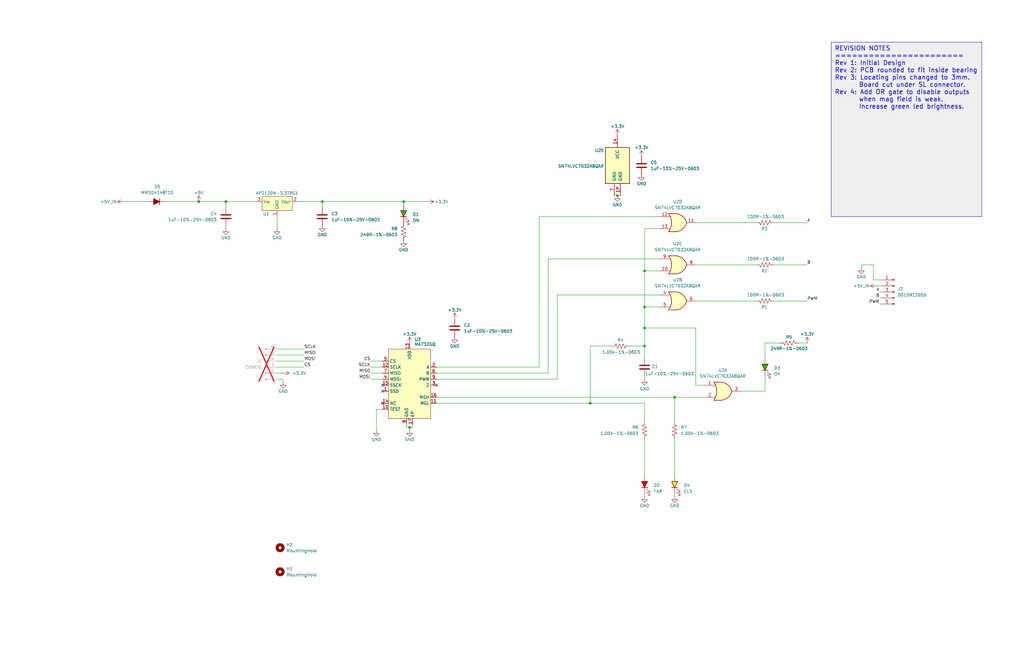
<source format=kicad_sch>
(kicad_sch (version 20231120) (generator "eeschema") (generator_version "8.0")
  (paper "B")
  (title_block (title "Mag Encoder") (date "2024-12-05") (rev "4") (company "971 SPARTAN ROBOTICS"))
  (lib_symbols
    (symbol "74LS32_1" (pin_names (offset 1.016))
      (property "Reference" "U3" (at 0 8.89 0))
      (property "Value" "SN74LVC7032ABQAR" (at 0 6.35 0))
      (symbol "74LS32_1_1_1"
        (pin input line (at -7.62 2.54 0) (length 4.318) (name "~") (number "1"))
        (pin input line (at -7.62 -2.54 0) (length 4.318) (name "~") (number "2"))
        (pin output line (at 7.62 0 180) (length 3.81) (name "~") (number "3"))
      )
      (symbol "74LS32_1_1_2"
        (pin input inverted (at -7.62 2.54 0) (length 3.81) (name "~") (number "1"))
        (pin input inverted (at -7.62 -2.54 0) (length 3.81) (name "~") (number "2"))
        (pin output inverted (at 7.62 0 180) (length 3.81) (name "~") (number "3"))
      )
      (symbol "74LS32_1_2_1"
        (pin input line (at -7.62 2.54 0) (length 4.318) (name "~") (number "4"))
        (pin input line (at -7.62 -2.54 0) (length 4.318) (name "~") (number "5"))
        (pin output line (at 7.62 0 180) (length 3.81) (name "~") (number "6"))
      )
      (symbol "74LS32_1_2_2"
        (pin input inverted (at -7.62 2.54 0) (length 3.81) (name "~") (number "4"))
        (pin input inverted (at -7.62 -2.54 0) (length 3.81) (name "~") (number "5"))
        (pin output inverted (at 7.62 0 180) (length 3.81) (name "~") (number "6"))
      )
      (symbol "74LS32_1_3_1"
        (pin input line (at -7.62 -2.54 0) (length 4.318) (name "~") (number "10"))
        (pin output line (at 7.62 0 180) (length 3.81) (name "~") (number "8"))
        (pin input line (at -7.62 2.54 0) (length 4.318) (name "~") (number "9"))
      )
      (symbol "74LS32_1_3_2"
        (pin input inverted (at -7.62 -2.54 0) (length 3.81) (name "~") (number "10"))
        (pin output inverted (at 7.62 0 180) (length 3.81) (name "~") (number "8"))
        (pin input inverted (at -7.62 2.54 0) (length 3.81) (name "~") (number "9"))
      )
      (symbol "74LS32_1_4_1"
        (pin output line (at 7.62 0 180) (length 3.81) (name "~") (number "11"))
        (pin input line (at -7.62 2.54 0) (length 4.318) (name "~") (number "12"))
        (pin input line (at -7.62 -2.54 0) (length 4.318) (name "~") (number "13"))
      )
      (symbol "74LS32_1_4_2"
        (pin output inverted (at 7.62 0 180) (length 3.81) (name "~") (number "11"))
        (pin input inverted (at -7.62 2.54 0) (length 3.81) (name "~") (number "12"))
        (pin input inverted (at -7.62 -2.54 0) (length 3.81) (name "~") (number "13"))
      )
      (symbol "74LS32_1_5_0"
        (pin power_in line (at 0 12.7 270) (length 5.08) (name "VCC") (number "14"))
        (pin power_in line (at -1.27 -12.7 90) (length 5.08) (name "GND") (number "7"))
        (pin power_in line (at 1.27 -12.7 90) (length 5.08) (name "GND") (number "EP"))
      )
    )
    (symbol "74LS32_2" (pin_names (offset 1.016))
      (property "Reference" "U3" (at 0 8.89 0))
      (property "Value" "SN74LVC7032ABQAR" (at 0 6.35 0))
      (symbol "74LS32_2_1_1"
        (pin input line (at -7.62 2.54 0) (length 4.318) (name "~") (number "1"))
        (pin input line (at -7.62 -2.54 0) (length 4.318) (name "~") (number "2"))
        (pin output line (at 7.62 0 180) (length 3.81) (name "~") (number "3"))
      )
      (symbol "74LS32_2_1_2"
        (pin input inverted (at -7.62 2.54 0) (length 3.81) (name "~") (number "1"))
        (pin input inverted (at -7.62 -2.54 0) (length 3.81) (name "~") (number "2"))
        (pin output inverted (at 7.62 0 180) (length 3.81) (name "~") (number "3"))
      )
      (symbol "74LS32_2_2_1"
        (pin input line (at -7.62 2.54 0) (length 4.318) (name "~") (number "4"))
        (pin input line (at -7.62 -2.54 0) (length 4.318) (name "~") (number "5"))
        (pin output line (at 7.62 0 180) (length 3.81) (name "~") (number "6"))
      )
      (symbol "74LS32_2_2_2"
        (pin input inverted (at -7.62 2.54 0) (length 3.81) (name "~") (number "4"))
        (pin input inverted (at -7.62 -2.54 0) (length 3.81) (name "~") (number "5"))
        (pin output inverted (at 7.62 0 180) (length 3.81) (name "~") (number "6"))
      )
      (symbol "74LS32_2_3_1"
        (pin input line (at -7.62 -2.54 0) (length 4.318) (name "~") (number "10"))
        (pin output line (at 7.62 0 180) (length 3.81) (name "~") (number "8"))
        (pin input line (at -7.62 2.54 0) (length 4.318) (name "~") (number "9"))
      )
      (symbol "74LS32_2_3_2"
        (pin input inverted (at -7.62 -2.54 0) (length 3.81) (name "~") (number "10"))
        (pin output inverted (at 7.62 0 180) (length 3.81) (name "~") (number "8"))
        (pin input inverted (at -7.62 2.54 0) (length 3.81) (name "~") (number "9"))
      )
      (symbol "74LS32_2_4_1"
        (pin output line (at 7.62 0 180) (length 3.81) (name "~") (number "11"))
        (pin input line (at -7.62 2.54 0) (length 4.318) (name "~") (number "12"))
        (pin input line (at -7.62 -2.54 0) (length 4.318) (name "~") (number "13"))
      )
      (symbol "74LS32_2_4_2"
        (pin output inverted (at 7.62 0 180) (length 3.81) (name "~") (number "11"))
        (pin input inverted (at -7.62 2.54 0) (length 3.81) (name "~") (number "12"))
        (pin input inverted (at -7.62 -2.54 0) (length 3.81) (name "~") (number "13"))
      )
      (symbol "74LS32_2_5_0"
        (pin power_in line (at 0 12.7 270) (length 5.08) (name "VCC") (number "14"))
        (pin power_in line (at -1.27 -12.7 90) (length 5.08) (name "GND") (number "7"))
        (pin power_in line (at 1.27 -12.7 90) (length 5.08) (name "GND") (number "EP"))
      )
    )
    (symbol "74LS32_3" (pin_names (offset 1.016))
      (property "Reference" "U3" (at 0 8.89 0))
      (property "Value" "SN74LVC7032ABQAR" (at 0 6.35 0))
      (symbol "74LS32_3_1_1"
        (pin input line (at -7.62 2.54 0) (length 4.318) (name "~") (number "1"))
        (pin input line (at -7.62 -2.54 0) (length 4.318) (name "~") (number "2"))
        (pin output line (at 7.62 0 180) (length 3.81) (name "~") (number "3"))
      )
      (symbol "74LS32_3_1_2"
        (pin input inverted (at -7.62 2.54 0) (length 3.81) (name "~") (number "1"))
        (pin input inverted (at -7.62 -2.54 0) (length 3.81) (name "~") (number "2"))
        (pin output inverted (at 7.62 0 180) (length 3.81) (name "~") (number "3"))
      )
      (symbol "74LS32_3_2_1"
        (pin input line (at -7.62 2.54 0) (length 4.318) (name "~") (number "4"))
        (pin input line (at -7.62 -2.54 0) (length 4.318) (name "~") (number "5"))
        (pin output line (at 7.62 0 180) (length 3.81) (name "~") (number "6"))
      )
      (symbol "74LS32_3_2_2"
        (pin input inverted (at -7.62 2.54 0) (length 3.81) (name "~") (number "4"))
        (pin input inverted (at -7.62 -2.54 0) (length 3.81) (name "~") (number "5"))
        (pin output inverted (at 7.62 0 180) (length 3.81) (name "~") (number "6"))
      )
      (symbol "74LS32_3_3_1"
        (pin input line (at -7.62 -2.54 0) (length 4.318) (name "~") (number "10"))
        (pin output line (at 7.62 0 180) (length 3.81) (name "~") (number "8"))
        (pin input line (at -7.62 2.54 0) (length 4.318) (name "~") (number "9"))
      )
      (symbol "74LS32_3_3_2"
        (pin input inverted (at -7.62 -2.54 0) (length 3.81) (name "~") (number "10"))
        (pin output inverted (at 7.62 0 180) (length 3.81) (name "~") (number "8"))
        (pin input inverted (at -7.62 2.54 0) (length 3.81) (name "~") (number "9"))
      )
      (symbol "74LS32_3_4_1"
        (pin output line (at 7.62 0 180) (length 3.81) (name "~") (number "11"))
        (pin input line (at -7.62 2.54 0) (length 4.318) (name "~") (number "12"))
        (pin input line (at -7.62 -2.54 0) (length 4.318) (name "~") (number "13"))
      )
      (symbol "74LS32_3_4_2"
        (pin output inverted (at 7.62 0 180) (length 3.81) (name "~") (number "11"))
        (pin input inverted (at -7.62 2.54 0) (length 3.81) (name "~") (number "12"))
        (pin input inverted (at -7.62 -2.54 0) (length 3.81) (name "~") (number "13"))
      )
      (symbol "74LS32_3_5_0"
        (pin power_in line (at 0 12.7 270) (length 5.08) (name "VCC") (number "14"))
        (pin power_in line (at -1.27 -12.7 90) (length 5.08) (name "GND") (number "7"))
        (pin power_in line (at 1.27 -12.7 90) (length 5.08) (name "GND") (number "EP"))
      )
    )
    (symbol "74LS32_4" (pin_names (offset 1.016))
      (property "Reference" "U3" (at 0 8.89 0))
      (property "Value" "SN74LVC7032ABQAR" (at 0 6.35 0))
      (symbol "74LS32_4_1_1"
        (pin input line (at -7.62 2.54 0) (length 4.318) (name "~") (number "1"))
        (pin input line (at -7.62 -2.54 0) (length 4.318) (name "~") (number "2"))
        (pin output line (at 7.62 0 180) (length 3.81) (name "~") (number "3"))
      )
      (symbol "74LS32_4_1_2"
        (pin input inverted (at -7.62 2.54 0) (length 3.81) (name "~") (number "1"))
        (pin input inverted (at -7.62 -2.54 0) (length 3.81) (name "~") (number "2"))
        (pin output inverted (at 7.62 0 180) (length 3.81) (name "~") (number "3"))
      )
      (symbol "74LS32_4_2_1"
        (pin input line (at -7.62 2.54 0) (length 4.318) (name "~") (number "4"))
        (pin input line (at -7.62 -2.54 0) (length 4.318) (name "~") (number "5"))
        (pin output line (at 7.62 0 180) (length 3.81) (name "~") (number "6"))
      )
      (symbol "74LS32_4_2_2"
        (pin input inverted (at -7.62 2.54 0) (length 3.81) (name "~") (number "4"))
        (pin input inverted (at -7.62 -2.54 0) (length 3.81) (name "~") (number "5"))
        (pin output inverted (at 7.62 0 180) (length 3.81) (name "~") (number "6"))
      )
      (symbol "74LS32_4_3_1"
        (pin input line (at -7.62 -2.54 0) (length 4.318) (name "~") (number "10"))
        (pin output line (at 7.62 0 180) (length 3.81) (name "~") (number "8"))
        (pin input line (at -7.62 2.54 0) (length 4.318) (name "~") (number "9"))
      )
      (symbol "74LS32_4_3_2"
        (pin input inverted (at -7.62 -2.54 0) (length 3.81) (name "~") (number "10"))
        (pin output inverted (at 7.62 0 180) (length 3.81) (name "~") (number "8"))
        (pin input inverted (at -7.62 2.54 0) (length 3.81) (name "~") (number "9"))
      )
      (symbol "74LS32_4_4_1"
        (pin output line (at 7.62 0 180) (length 3.81) (name "~") (number "11"))
        (pin input line (at -7.62 2.54 0) (length 4.318) (name "~") (number "12"))
        (pin input line (at -7.62 -2.54 0) (length 4.318) (name "~") (number "13"))
      )
      (symbol "74LS32_4_4_2"
        (pin output inverted (at 7.62 0 180) (length 3.81) (name "~") (number "11"))
        (pin input inverted (at -7.62 2.54 0) (length 3.81) (name "~") (number "12"))
        (pin input inverted (at -7.62 -2.54 0) (length 3.81) (name "~") (number "13"))
      )
      (symbol "74LS32_4_5_0"
        (pin power_in line (at 0 12.7 270) (length 5.08) (name "VCC") (number "14"))
        (pin power_in line (at -1.27 -12.7 90) (length 5.08) (name "GND") (number "7"))
        (pin power_in line (at 1.27 -12.7 90) (length 5.08) (name "GND") (number "EP"))
      )
    )
    (symbol "74xx:74LS32" (pin_names (offset 1.016))
      (property "Reference" "U3" (at 0 8.89 0))
      (property "Value" "SN74LVC7032ABQAR" (at 0 6.35 0))
      (symbol "74LS32_1_1"
        (pin input line (at -7.62 2.54 0) (length 4.318) (name "~") (number "1"))
        (pin input line (at -7.62 -2.54 0) (length 4.318) (name "~") (number "2"))
        (pin output line (at 7.62 0 180) (length 3.81) (name "~") (number "3"))
      )
      (symbol "74LS32_1_2"
        (pin input inverted (at -7.62 2.54 0) (length 3.81) (name "~") (number "1"))
        (pin input inverted (at -7.62 -2.54 0) (length 3.81) (name "~") (number "2"))
        (pin output inverted (at 7.62 0 180) (length 3.81) (name "~") (number "3"))
      )
      (symbol "74LS32_2_1"
        (pin input line (at -7.62 2.54 0) (length 4.318) (name "~") (number "4"))
        (pin input line (at -7.62 -2.54 0) (length 4.318) (name "~") (number "5"))
        (pin output line (at 7.62 0 180) (length 3.81) (name "~") (number "6"))
      )
      (symbol "74LS32_2_2"
        (pin input inverted (at -7.62 2.54 0) (length 3.81) (name "~") (number "4"))
        (pin input inverted (at -7.62 -2.54 0) (length 3.81) (name "~") (number "5"))
        (pin output inverted (at 7.62 0 180) (length 3.81) (name "~") (number "6"))
      )
      (symbol "74LS32_3_1"
        (pin input line (at -7.62 -2.54 0) (length 4.318) (name "~") (number "10"))
        (pin output line (at 7.62 0 180) (length 3.81) (name "~") (number "8"))
        (pin input line (at -7.62 2.54 0) (length 4.318) (name "~") (number "9"))
      )
      (symbol "74LS32_3_2"
        (pin input inverted (at -7.62 -2.54 0) (length 3.81) (name "~") (number "10"))
        (pin output inverted (at 7.62 0 180) (length 3.81) (name "~") (number "8"))
        (pin input inverted (at -7.62 2.54 0) (length 3.81) (name "~") (number "9"))
      )
      (symbol "74LS32_4_1"
        (pin output line (at 7.62 0 180) (length 3.81) (name "~") (number "11"))
        (pin input line (at -7.62 2.54 0) (length 4.318) (name "~") (number "12"))
        (pin input line (at -7.62 -2.54 0) (length 4.318) (name "~") (number "13"))
      )
      (symbol "74LS32_4_2"
        (pin output inverted (at 7.62 0 180) (length 3.81) (name "~") (number "11"))
        (pin input inverted (at -7.62 2.54 0) (length 3.81) (name "~") (number "12"))
        (pin input inverted (at -7.62 -2.54 0) (length 3.81) (name "~") (number "13"))
      )
      (symbol "74LS32_5_0"
        (pin power_in line (at 0 12.7 270) (length 5.08) (name "VCC") (number "14"))
        (pin power_in line (at -1.27 -12.7 90) (length 5.08) (name "GND") (number "7"))
        (pin power_in line (at 1.27 -12.7 90) (length 5.08) (name "GND") (number "EP"))
      )
    )
    (symbol "Connector:Conn_01x05_Pin" (pin_names (offset 1.016) hide)
      (property "Reference" "J" (at 0 7.62 0))
      (property "Value" "Conn_01x05_Pin" (at 0 -7.62 0))
      (symbol "Conn_01x05_Pin_1_1"
        (pin passive line (at 5.08 5.08 180) (length 3.81) (name "Pin_1") (number "1"))
        (pin passive line (at 5.08 2.54 180) (length 3.81) (name "Pin_2") (number "2"))
        (pin passive line (at 5.08 0 180) (length 3.81) (name "Pin_3") (number "3"))
        (pin passive line (at 5.08 -2.54 180) (length 3.81) (name "Pin_4") (number "4"))
        (pin passive line (at 5.08 -5.08 180) (length 3.81) (name "Pin_5") (number "5"))
      )
    )
    (symbol "Connector:Conn_01x06_Pin" (pin_names (offset 1.016) hide)
      (property "Reference" "J" (at 0 7.62 0))
      (property "Value" "Conn_01x06_Pin" (at 0 -10.16 0))
      (symbol "Conn_01x06_Pin_1_1"
        (pin passive line (at 5.08 5.08 180) (length 3.81) (name "Pin_1") (number "1"))
        (pin passive line (at 5.08 2.54 180) (length 3.81) (name "Pin_2") (number "2"))
        (pin passive line (at 5.08 0 180) (length 3.81) (name "Pin_3") (number "3"))
        (pin passive line (at 5.08 -2.54 180) (length 3.81) (name "Pin_4") (number "4"))
        (pin passive line (at 5.08 -5.08 180) (length 3.81) (name "Pin_5") (number "5"))
        (pin passive line (at 5.08 -7.62 180) (length 3.81) (name "Pin_6") (number "6"))
      )
    )
    (symbol "Device:C" (pin_numbers hide) (pin_names (offset 0.254))
      (property "Reference" "C" (at 0.635 2.54 0))
      (property "Value" "C" (at 0.635 -2.54 0))
      (symbol "C_1_1"
        (pin passive line (at 0 3.81 270) (length 2.794) (name "~") (number "1"))
        (pin passive line (at 0 -3.81 90) (length 2.794) (name "~") (number "2"))
      )
    )
    (symbol "Device:D_Schottky" (pin_numbers hide) (pin_names (offset 1.016) hide)
      (property "Reference" "D2" (at -0.3175 -6.35 0))
      (property "Value" "MMSD4148T1G" (at -0.3175 -3.81 0))
      (symbol "D_Schottky_1_1"
        (pin passive line (at -3.81 0 0) (length 2.54) (name "K") (number "1"))
        (pin passive line (at 3.81 0 180) (length 2.54) (name "A") (number "2"))
      )
    )
    (symbol "Device:LED" (pin_numbers hide) (pin_names (offset 1.016) hide)
      (property "Reference" "D1" (at -0.3174 -3.81 90))
      (property "Value" "LED" (at -2.8574 -3.81 90))
      (symbol "LED_1_1"
        (pin passive line (at -3.81 0 0) (length 2.54) (name "K") (number "1"))
        (pin passive line (at 3.81 0 180) (length 2.54) (name "A") (number "2"))
      )
    )
    (symbol "Device:R_US" (pin_numbers hide) (pin_names (offset 0))
      (property "Reference" "R" (at 2.54 0 90))
      (property "Value" "R_US" (at -2.54 0 90))
      (symbol "R_US_1_1"
        (pin passive line (at 0 3.81 270) (length 1.27) (name "~") (number "1"))
        (pin passive line (at 0 -3.81 90) (length 1.27) (name "~") (number "2"))
      )
    )
    (symbol "LED_1" (pin_numbers hide) (pin_names (offset 1.016) hide)
      (property "Reference" "D2" (at -0.3174 -3.81 90))
      (property "Value" "LOW" (at -2.8574 -3.81 90))
      (symbol "LED_1_1_1"
        (pin passive line (at -3.81 0 0) (length 2.54) (name "K") (number "1"))
        (pin passive line (at 3.81 0 180) (length 2.54) (name "A") (number "2"))
      )
    )
    (symbol "LED_2" (pin_numbers hide) (pin_names (offset 1.016) hide)
      (property "Reference" "D4" (at -0.3174 -3.81 90))
      (property "Value" "CLS" (at -2.8574 -3.81 90))
      (symbol "LED_2_1_1"
        (pin passive line (at -3.81 0 0) (length 2.54) (name "K") (number "1"))
        (pin passive line (at 3.81 0 180) (length 2.54) (name "A") (number "2"))
      )
    )
    (symbol "LED_3" (pin_numbers hide) (pin_names (offset 1.016) hide)
      (property "Reference" "D1" (at -0.3174 -3.81 90))
      (property "Value" "ON" (at -2.8574 -3.81 90))
      (symbol "LED_3_1_1"
        (pin passive line (at -3.81 0 0) (length 2.54) (name "K") (number "1"))
        (pin passive line (at 3.81 0 180) (length 2.54) (name "A") (number "2"))
      )
    )
    (symbol "Mechanical:MountingHole" (pin_names (offset 1.016)) (exclude_from_sim yes) (in_bom no)
      (property "Reference" "H" (at 0 5.08 0))
      (property "Value" "MountingHole" (at 0 3.175 0))
    )
    (symbol "mag-encoder:AP2120N-3.3TRG1"
      (symbol "AP2120N-3.3TRG1_1_1"
        (pin passive line (at 0 -8.89 90) (length 2.54) (name "GND") (number "1"))
        (pin power_out line (at 8.89 -2.54 180) (length 2.54) (name "V_{OUT}") (number "2"))
        (pin power_in line (at -8.89 -2.54 0) (length 2.54) (name "V_{IN}") (number "3"))
      )
    )
    (symbol "mag-encoder:MA732GQ"
      (property "Reference" "U1" (at 2.032 5.334 0))
      (property "Value" "MA732GQ" (at 2.032 3.302 0))
      (symbol "MA732GQ_1_1"
        (pin output line (at -11.43 -16.51 0) (length 2.54) (name "SSD") (number "1"))
        (pin input line (at -11.43 -24.13 0) (length 2.54) (name "TEST") (number "10"))
        (pin output line (at 11.43 -21.59 180) (length 2.54) (name "MGL") (number "11"))
        (pin input line (at -11.43 -6.35 0) (length 2.54) (name "SCLK") (number "12"))
        (pin power_in line (at 0 3.81 270) (length 2.54) (name "VDD") (number "13"))
        (pin no_connect line (at -11.43 -21.59 0) (length 2.54) (name "NC") (number "14"))
        (pin input line (at -11.43 -13.97 0) (length 2.54) (name "SSCK") (number "15"))
        (pin output line (at 11.43 -19.05 180) (length 2.54) (name "MGH") (number "16"))
        (pin passive line (at 1.27 -30.48 90) (length 2.54) (name "EP") (number "17"))
        (pin output line (at 11.43 -6.35 180) (length 2.54) (name "A") (number "2"))
        (pin output line (at 11.43 -13.97 180) (length 2.54) (name "Z") (number "3"))
        (pin input line (at -11.43 -11.43 0) (length 2.54) (name "MOSI") (number "4"))
        (pin input line (at -11.43 -3.81 0) (length 2.54) (name "CS") (number "5"))
        (pin output line (at 11.43 -8.89 180) (length 2.54) (name "B") (number "6"))
        (pin input line (at -11.43 -8.89 0) (length 2.54) (name "MISO") (number "7"))
        (pin passive line (at -1.27 -30.48 90) (length 2.54) (name "GND") (number "8"))
        (pin output line (at 11.43 -11.43 180) (length 2.54) (name "PWM") (number "9"))
      )
    )
    (symbol "power:+3.3V" (power) (pin_numbers hide) (pin_names (offset 0) hide)
      (property "Value" "+3.3V" (at 0 3.556 0))
      (symbol "+3.3V_1_1"
        (pin power_in line (at 0 0 90) (length 0) (name "~") (number "1"))
      )
    )
    (symbol "power:+5V" (power) (pin_numbers hide) (pin_names (offset 0) hide)
      (property "Value" "+5V" (at 0 3.556 0))
      (symbol "+5V_1_1"
        (pin power_in line (at 0 0 90) (length 0) (name "~") (number "1"))
      )
    )
    (symbol "power:GND" (power) (pin_numbers hide) (pin_names (offset 0) hide)
      (property "Value" "GND" (at 0 -3.81 0))
      (symbol "GND_1_1"
        (pin power_in line (at 0 0 270) (length 0) (name "~") (number "1"))
      )
    )
  )
  (junction (at 271.78 138.43))
  (junction (at 271.78 114.3))
  (junction (at 271.78 129.54))
  (junction (at 83.82 85.09))
  (junction (at 135.89 85.09))
  (junction (at 95.25 85.09))
  (junction (at 172.72 180.34))
  (junction (at 170.18 85.09))
  (junction (at 271.78 146.05))
  (junction (at 284.48 167.64))
  (junction (at 260.35 82.55))
  (junction (at 248.92 170.18))
  (no_connect (at 184.15 162.56))
  (no_connect (at 161.29 165.1))
  (no_connect (at 161.29 170.18))
  (no_connect (at 161.29 162.56))
  (wire (pts (xy 125.73 85.09) (xy 135.89 85.09)))
  (wire (pts (xy 271.78 146.05) (xy 271.78 151.13)))
  (wire (pts (xy 257.81 146.05) (xy 248.92 146.05)))
  (wire (pts (xy 135.89 85.09) (xy 135.89 87.63)))
  (wire (pts (xy 328.93 144.78) (xy 322.58 144.78)))
  (wire (pts (xy 271.78 129.54) (xy 278.13 129.54)))
  (wire (pts (xy 156.21 157.48) (xy 161.29 157.48)))
  (wire (pts (xy 173.99 180.34) (xy 172.72 180.34)))
  (wire (pts (xy 116.84 154.94) (xy 128.27 154.94)))
  (wire (pts (xy 265.43 146.05) (xy 271.78 146.05)))
  (wire (pts (xy 83.82 85.09) (xy 95.25 85.09)))
  (wire (pts (xy 231.14 109.22) (xy 231.14 157.48)))
  (wire (pts (xy 278.13 109.22) (xy 231.14 109.22)))
  (wire (pts (xy 52.07 85.09) (xy 62.23 85.09)))
  (wire (pts (xy 278.13 91.44) (xy 227.33 91.44)))
  (wire (pts (xy 271.78 185.42) (xy 271.78 200.66)))
  (wire (pts (xy 116.84 149.86) (xy 128.27 149.86)))
  (wire (pts (xy 326.39 127) (xy 340.36 127)))
  (wire (pts (xy 184.15 167.64) (xy 284.48 167.64)))
  (wire (pts (xy 370.84 123.19) (xy 372.11 123.19)))
  (wire (pts (xy 271.78 208.28) (xy 271.78 209.55)))
  (wire (pts (xy 171.45 179.07) (xy 171.45 180.34)))
  (wire (pts (xy 278.13 96.52) (xy 271.78 96.52)))
  (wire (pts (xy 368.3 111.76) (xy 363.22 111.76)))
  (wire (pts (xy 363.22 111.76) (xy 363.22 113.03)))
  (wire (pts (xy 326.39 111.76) (xy 340.36 111.76)))
  (wire (pts (xy 172.72 180.34) (xy 172.72 181.61)))
  (wire (pts (xy 180.34 85.09) (xy 170.18 85.09)))
  (wire (pts (xy 158.75 172.72) (xy 158.75 181.61)))
  (wire (pts (xy 271.78 114.3) (xy 278.13 114.3)))
  (wire (pts (xy 284.48 185.42) (xy 284.48 200.66)))
  (wire (pts (xy 69.85 85.09) (xy 83.82 85.09)))
  (wire (pts (xy 248.92 146.05) (xy 248.92 170.18)))
  (wire (pts (xy 156.21 154.94) (xy 161.29 154.94)))
  (wire (pts (xy 248.92 170.18) (xy 271.78 170.18)))
  (wire (pts (xy 173.99 179.07) (xy 173.99 180.34)))
  (wire (pts (xy 116.84 147.32) (xy 128.27 147.32)))
  (wire (pts (xy 116.84 91.44) (xy 116.84 96.52)))
  (wire (pts (xy 284.48 167.64) (xy 284.48 177.8)))
  (wire (pts (xy 293.37 138.43) (xy 271.78 138.43)))
  (wire (pts (xy 293.37 162.56) (xy 293.37 138.43)))
  (wire (pts (xy 271.78 170.18) (xy 271.78 177.8)))
  (wire (pts (xy 271.78 158.75) (xy 271.78 160.02)))
  (wire (pts (xy 95.25 96.52) (xy 95.25 95.25)))
  (wire (pts (xy 116.84 157.48) (xy 119.38 157.48)))
  (wire (pts (xy 293.37 93.98) (xy 318.77 93.98)))
  (wire (pts (xy 271.78 114.3) (xy 271.78 129.54)))
  (wire (pts (xy 184.15 170.18) (xy 248.92 170.18)))
  (wire (pts (xy 368.3 118.11) (xy 368.3 111.76)))
  (wire (pts (xy 95.25 85.09) (xy 107.95 85.09)))
  (wire (pts (xy 119.38 161.29) (xy 119.38 160.02)))
  (wire (pts (xy 340.36 144.78) (xy 336.55 144.78)))
  (wire (pts (xy 184.15 154.94) (xy 227.33 154.94)))
  (wire (pts (xy 284.48 167.64) (xy 297.18 167.64)))
  (wire (pts (xy 372.11 118.11) (xy 368.3 118.11)))
  (wire (pts (xy 234.95 160.02) (xy 234.95 124.46)))
  (wire (pts (xy 172.72 180.34) (xy 171.45 180.34)))
  (wire (pts (xy 293.37 127) (xy 318.77 127)))
  (wire (pts (xy 119.38 160.02) (xy 116.84 160.02)))
  (wire (pts (xy 227.33 91.44) (xy 227.33 154.94)))
  (wire (pts (xy 156.21 152.4) (xy 161.29 152.4)))
  (wire (pts (xy 161.29 172.72) (xy 158.75 172.72)))
  (wire (pts (xy 271.78 138.43) (xy 271.78 146.05)))
  (wire (pts (xy 297.18 162.56) (xy 293.37 162.56)))
  (wire (pts (xy 234.95 124.46) (xy 278.13 124.46)))
  (wire (pts (xy 135.89 85.09) (xy 170.18 85.09)))
  (wire (pts (xy 271.78 129.54) (xy 271.78 138.43)))
  (wire (pts (xy 326.39 93.98) (xy 340.36 93.98)))
  (wire (pts (xy 284.48 208.28) (xy 284.48 209.55)))
  (wire (pts (xy 293.37 111.76) (xy 318.77 111.76)))
  (wire (pts (xy 184.15 157.48) (xy 231.14 157.48)))
  (wire (pts (xy 95.25 85.09) (xy 95.25 87.63)))
  (wire (pts (xy 312.42 165.1) (xy 322.58 165.1)))
  (wire (pts (xy 322.58 165.1) (xy 322.58 158.75)))
  (wire (pts (xy 259.08 82.55) (xy 260.35 82.55)))
  (wire (pts (xy 260.35 82.55) (xy 261.62 82.55)))
  (wire (pts (xy 271.78 96.52) (xy 271.78 114.3)))
  (wire (pts (xy 370.84 125.73) (xy 372.11 125.73)))
  (wire (pts (xy 156.21 160.02) (xy 161.29 160.02)))
  (wire (pts (xy 322.58 144.78) (xy 322.58 151.13)))
  (wire (pts (xy 370.84 128.27) (xy 372.11 128.27)))
  (wire (pts (xy 116.84 152.4) (xy 128.27 152.4)))
  (wire (pts (xy 170.18 86.36) (xy 170.18 85.09)))
  (wire (pts (xy 184.15 160.02) (xy 234.95 160.02)))
  (wire (pts (xy 369.57 120.65) (xy 372.11 120.65)))
  (text_box "REVISION NOTES\n=======================\nRev 1: Initial Design\nRev 2: PCB rounded to fit inside bearing\nRev 3: Locating pins changed to 3mm.\n       Board cut under SL connector.\nRev 4: Add OR gate to disable outputs\n       when mag field is weak.\n       Increase green led brightness." (at 350.52 17.78 0) (size 63.5 73.66) (fill (type color) (color 194 194 194 0.25)) (effects (font (size 1.905 1.905) (thickness 0.2381)) (justify left top)))
  (label "PWM" (at 370.84 128.27 180))
  (label "SCLK" (at 156.21 154.94 180))
  (label "MISO" (at 128.27 149.86 0))
  (label "MOSI" (at 128.27 152.4 0))
  (label "B" (at 370.84 125.73 180))
  (label "MOSI" (at 156.21 160.02 180))
  (label "A" (at 340.36 93.98 0))
  (label "PWM" (at 340.36 127 0))
  (label "B" (at 340.36 111.76 0))
  (label "SCLK" (at 128.27 147.32 0))
  (label "CS" (at 128.27 154.94 0))
  (label "CS" (at 156.21 152.4 180))
  (label "MISO" (at 156.21 157.48 180))
  (label "A" (at 370.84 123.19 180))
  (symbol (lib_id "power:GND") (at 284.48 209.55 0) (unit 1)
    (property "Reference" "#PWR08" (effects (hide yes)))
    (property "Value" "GND" (at 284.48 213.36 0))
    (property "Description" "Power symbol creates a global label with name \"GND\" , ground" (effects (hide yes)))
  )
  (symbol (lib_name "LED_1") (lib_id "Device:LED") (at 271.78 204.47 90) (unit 1)
    (property "Reference" "D2" (at 275.59 204.7874 90) (effects (justify right)))
    (property "Value" "FAR" (at 275.59 207.3274 90) (effects (justify right)))
    (property "Footprint" "LED_SMD:LED_0603_1608Metric" (effects (hide yes)))
    (property "Datasheet" "Components/Wurth-150060RS75000.pdf" (effects (hide yes)))
    (property "Description" "Light emitting diode" (effects (hide yes)))
    (property "DIST" "Digikey" (effects (hide yes)))
    (property "DIST P/N" "732-4978-1-ND" (effects (hide yes)))
    (property "MFG" "Wurth Electronik" (effects (hide yes)))
    (property "MFG P/N" "150060RS75000" (effects (hide yes)))
  )
  (symbol (lib_id "power:GND") (at 271.78 160.02 0) (mirror y) (unit 1)
    (property "Reference" "#PWR019" (effects (hide yes)))
    (property "Value" "GND" (at 271.78 164.084 0))
    (property "Description" "Power symbol creates a global label with name \"GND\" , ground" (effects (hide yes)))
  )
  (symbol (lib_id "Device:R_US") (at 284.48 181.61 0) (unit 1)
    (property "Reference" "R7" (at 287.02 180.3399 0) (effects (justify left)))
    (property "Value" "1.00k-1%-0603" (at 287.02 182.8799 0) (effects (justify left)))
    (property "Footprint" "Resistor_SMD:R_0603_1608Metric" (effects (hide yes)))
    (property "Description" "Resistor, US symbol" (effects (hide yes)))
    (property "DIST" "Digikey" (effects (hide yes)))
    (property "DIST P/N" "311-1.00KHRCT-ND" (effects (hide yes)))
    (property "MFG" "YAGEO" (effects (hide yes)))
    (property "MFG P/N" "RC0603FR-071KL" (effects (hide yes)))
  )
  (symbol (lib_name "LED_2") (lib_id "Device:LED") (at 284.48 204.47 90) (unit 1)
    (property "Reference" "D4" (at 288.29 204.7874 90) (effects (justify right)))
    (property "Value" "CLS" (at 288.29 207.3274 90) (effects (justify right)))
    (property "Footprint" "LED_SMD:LED_0603_1608Metric" (effects (hide yes)))
    (property "Datasheet" "Components/Wurth-150060RS75000.pdf" (effects (hide yes)))
    (property "Description" "Light emitting diode" (effects (hide yes)))
    (property "DIST" "Digikey" (effects (hide yes)))
    (property "DIST P/N" "732-4981-1-ND" (effects (hide yes)))
    (property "MFG" "Wurth Electronik" (effects (hide yes)))
    (property "MFG P/N" "150060YS75000" (effects (hide yes)))
  )
  (symbol (lib_id "power:GND") (at 158.75 181.61 0) (unit 1)
    (property "Reference" "#PWR02" (effects (hide yes)))
    (property "Value" "GND" (at 158.75 185.42 0))
    (property "Description" "Power symbol creates a global label with name \"GND\" , ground" (effects (hide yes)))
  )
  (symbol (lib_id "Device:R_US") (at 332.74 144.78 270) (mirror x) (unit 1)
    (property "Reference" "R5" (at 332.74 142.24 90))
    (property "Value" "249R-1%-0603" (at 332.74 147.066 90))
    (property "Footprint" "Resistor_SMD:R_0603_1608Metric" (effects (hide yes)))
    (property "Description" "Resistor, US symbol" (effects (hide yes)))
    (property "DIST" "Digikey" (effects (hide yes)))
    (property "DIST P/N" "311-249HRCT-ND" (effects (hide yes)))
    (property "MFG" "YAGEO" (effects (hide yes)))
    (property "MFG P/N" "RC0603FR-07249RL" (effects (hide yes)))
  )
  (symbol (lib_id "Device:R_US") (at 322.58 111.76 90) (mirror x) (unit 1)
    (property "Reference" "R2" (at 322.326 114.3 90))
    (property "Value" "100R-1%-0603" (at 322.834 109.22 90))
    (property "Footprint" "Resistor_SMD:R_0603_1608Metric" (effects (hide yes)))
    (property "Description" "Resistor, US symbol" (effects (hide yes)))
    (property "DIST" "Digikey" (effects (hide yes)))
    (property "DIST P/N" "311-100HRCT-ND" (effects (hide yes)))
    (property "MFG" "YAGEO" (effects (hide yes)))
    (property "MFG P/N" "RC0603FR-07100RL" (effects (hide yes)))
  )
  (symbol (lib_id "power:+3.3V") (at 191.77 134.62 0) (unit 1)
    (property "Reference" "#PWR026" (effects (hide yes)))
    (property "Value" "+3.3V" (at 191.77 130.81 0))
    (property "Description" "Power symbol creates a global label with name \"+3.3V\"" (effects (hide yes)))
  )
  (symbol (lib_id "power:GND") (at 270.51 73.66 0) (unit 1)
    (property "Reference" "#PWR06" (effects (hide yes)))
    (property "Value" "GND" (at 270.51 77.47 0))
    (property "Description" "Power symbol creates a global label with name \"GND\" , ground" (effects (hide yes)))
  )
  (symbol (lib_id "Device:C") (at 271.78 154.94 0) (unit 1)
    (property "Reference" "C1" (at 274.828 154.686 0) (effects (justify left)))
    (property "Value" "1uF-10%-25V-0603" (at 272.034 157.734 0) (effects (justify left)))
    (property "Footprint" "Capacitor_SMD:C_0603_1608Metric" (effects (hide yes)))
    (property "Datasheet" "Components/Kyocera-KGM_X7R.pdf" (effects (hide yes)))
    (property "Description" "Unpolarized capacitor" (effects (hide yes)))
    (property "DIST" "Digikey" (effects (hide yes)))
    (property "DIST P/N" "478-10046-1-ND" (effects (hide yes)))
    (property "MFG" "Kyocera" (effects (hide yes)))
    (property "MFG P/N" "06033C105KAT2A" (effects (hide yes)))
  )
  (symbol (lib_name "74LS32_4") (lib_id "74xx:74LS32") (at 285.75 111.76 0) (unit 3)
    (property "Reference" "U2" (at 285.75 102.87 0))
    (property "Value" "SN74LVC7032ABQAR" (at 285.75 105.41 0))
    (property "Footprint" "mag-encoder:TI-WQFN-14-1EP_2.5x3mm_EP_1x1.5mm" (effects (hide yes)))
    (property "Datasheet" "Components/TI-sn74lvc7032a.pdf" (effects (hide yes)))
    (property "Description" "Quad 2-input OR" (effects (hide yes)))
    (property "MFG" "Texas Instruments" (effects (hide yes)))
    (property "MFG P/N" "SN74LVC7032ABQAR" (effects (hide yes)))
    (property "DIST" "Digikey" (effects (hide yes)))
    (property "DIST P/N" "296-SN74LVC7032ABQARCT-ND" (effects (hide yes)))
  )
  (symbol (lib_id "power:+5V") (at 52.07 85.09 90) (mirror x) (unit 1)
    (property "Reference" "#PWR022" (effects (hide yes)))
    (property "Value" "+5V_IN" (at 49.276 85.09 90) (effects (justify left)))
    (property "Description" "Power symbol creates a global label with name \"+5V\"" (effects (hide yes)))
  )
  (symbol (lib_name "74LS32_2") (lib_id "74xx:74LS32") (at 304.8 165.1 0) (unit 1)
    (property "Reference" "U2" (at 304.8 156.21 0))
    (property "Value" "SN74LVC7032ABQAR" (at 304.8 158.75 0))
    (property "Footprint" "mag-encoder:TI-WQFN-14-1EP_2.5x3mm_EP_1x1.5mm" (effects (hide yes)))
    (property "Datasheet" "Components/TI-sn74lvc7032a.pdf" (effects (hide yes)))
    (property "Description" "Quad 2-input OR" (effects (hide yes)))
    (property "MFG" "Texas Instruments" (effects (hide yes)))
    (property "MFG P/N" "SN74LVC7032ABQAR" (effects (hide yes)))
    (property "DIST" "Digikey" (effects (hide yes)))
    (property "DIST P/N" "296-SN74LVC7032ABQARCT-ND" (effects (hide yes)))
  )
  (symbol (lib_id "power:GND") (at 95.25 96.52 0) (mirror y) (unit 1)
    (property "Reference" "#PWR014" (effects (hide yes)))
    (property "Value" "GND" (at 95.25 100.33 0))
    (property "Description" "Power symbol creates a global label with name \"GND\" , ground" (effects (hide yes)))
  )
  (symbol (lib_id "Device:D_Schottky") (at 66.04 85.09 180) (unit 1)
    (property "Reference" "D5" (at 66.3575 78.74 0))
    (property "Value" "MMSD4148T1G" (at 66.3575 81.28 0))
    (property "Footprint" "Diode_SMD:D_SOD-123" (effects (hide yes)))
    (property "Datasheet" "Components/onsemi-MMSD4148T1-D.PDF" (effects (hide yes)))
    (property "Description" "Diode 100 V 200mA Surface Mount SOD-123" (effects (hide yes)))
    (property "MFG" "onsemi" (effects (hide yes)))
    (property "MFG P/N" "MMSD4148T1G" (effects (hide yes)))
    (property "DIST" "Digikey" (effects (hide yes)))
    (property "DIST P/N" "MMSD4148T1GOSCT-ND" (effects (hide yes)))
  )
  (symbol (lib_id "power:GND") (at 191.77 142.24 0) (unit 1)
    (property "Reference" "#PWR027" (effects (hide yes)))
    (property "Value" "GND" (at 191.77 146.05 0))
    (property "Description" "Power symbol creates a global label with name \"GND\" , ground" (effects (hide yes)))
  )
  (symbol (lib_name "74LS32_1") (lib_id "74xx:74LS32") (at 260.35 69.85 0) (unit 5)
    (property "Reference" "U2" (at 254.762 63.5 0) (effects (justify right)))
    (property "Value" "SN74LVC7032ABQAR" (at 254.762 70.104 0) (effects (justify right)))
    (property "Footprint" "mag-encoder:TI-WQFN-14-1EP_2.5x3mm_EP_1x1.5mm" (effects (hide yes)))
    (property "Datasheet" "Components/TI-sn74lvc7032a.pdf" (effects (hide yes)))
    (property "Description" "Quad 2-input OR" (effects (hide yes)))
    (property "MFG" "Texas Instruments" (effects (hide yes)))
    (property "MFG P/N" "SN74LVC7032ABQAR" (effects (hide yes)))
    (property "DIST" "Digikey" (effects (hide yes)))
    (property "DIST P/N" "296-SN74LVC7032ABQARCT-ND" (effects (hide yes)))
  )
  (symbol (lib_id "power:+5V") (at 83.82 85.09 0) (unit 1)
    (property "Reference" "#PWR013" (effects (hide yes)))
    (property "Value" "+5V" (at 83.82 82.042 0) (effects (justify bottom)))
    (property "Description" "Power symbol creates a global label with name \"+5V\"" (effects (hide yes)))
  )
  (symbol (lib_id "Mechanical:MountingHole") (at 118.11 241.3 0) (unit 1) (exclude_from_sim yes) (in_bom no)
    (property "Reference" "H1" (at 120.7286 240.0299 0) (effects (justify left)))
    (property "Value" "MountingHole" (at 120.7286 242.5699 0) (effects (justify left)))
    (property "Footprint" "mag-encoder:pin-0.100" (effects (hide yes)))
    (property "Description" "Mounting Hole without connection" (effects (hide yes)))
  )
  (symbol (lib_id "Connector:Conn_01x06_Pin") (at 111.76 154.94 0) (mirror x) (unit 1) (in_bom no) (dnp yes)
    (property "Reference" "J1" (at 110.49 152.3999 0) (effects (justify right)))
    (property "Value" "CONFIG" (at 110.49 154.9399 0) (effects (justify right)))
    (property "Footprint" "Connector_PinHeader_2.54mm:PinHeader_1x06_P2.54mm_Vertical" (effects (hide yes)))
    (property "Description" "Generic connector, single row, 01x06, script generated" (effects (hide yes)))
  )
  (symbol (lib_id "Device:R_US") (at 322.58 93.98 90) (mirror x) (unit 1)
    (property "Reference" "R3" (at 322.326 96.52 90))
    (property "Value" "100R-1%-0603" (at 322.834 91.44 90))
    (property "Footprint" "Resistor_SMD:R_0603_1608Metric" (effects (hide yes)))
    (property "Description" "Resistor, US symbol" (effects (hide yes)))
    (property "DIST" "Digikey" (effects (hide yes)))
    (property "DIST P/N" "311-100HRCT-ND" (effects (hide yes)))
    (property "MFG" "YAGEO" (effects (hide yes)))
    (property "MFG P/N" "RC0603FR-07100RL" (effects (hide yes)))
  )
  (symbol (lib_id "power:GND") (at 119.38 161.29 0) (unit 1)
    (property "Reference" "#PWR015" (effects (hide yes)))
    (property "Value" "GND" (at 119.38 165.1 0))
    (property "Description" "Power symbol creates a global label with name \"GND\" , ground" (effects (hide yes)))
  )
  (symbol (lib_id "power:GND") (at 135.89 95.25 0) (unit 1)
    (property "Reference" "#PWR016" (effects (hide yes)))
    (property "Value" "GND" (at 135.89 99.06 0))
    (property "Description" "Power symbol creates a global label with name \"GND\" , ground" (effects (hide yes)))
  )
  (symbol (lib_id "power:+5V") (at 369.57 120.65 90) (mirror x) (unit 1)
    (property "Reference" "#PWR010" (effects (hide yes)))
    (property "Value" "+5V_IN" (at 366.776 120.65 90) (effects (justify left)))
    (property "Description" "Power symbol creates a global label with name \"+5V\"" (effects (hide yes)))
  )
  (symbol (lib_id "power:+3.3V") (at 260.35 57.15 0) (unit 1)
    (property "Reference" "#PWR017" (effects (hide yes)))
    (property "Value" "+3.3V" (at 260.35 53.34 0))
    (property "Description" "Power symbol creates a global label with name \"+3.3V\"" (effects (hide yes)))
  )
  (symbol (lib_name "74LS32_3") (lib_id "74xx:74LS32") (at 285.75 127 0) (unit 2)
    (property "Reference" "U2" (at 285.75 118.11 0))
    (property "Value" "SN74LVC7032ABQAR" (at 285.75 120.65 0))
    (property "Footprint" "mag-encoder:TI-WQFN-14-1EP_2.5x3mm_EP_1x1.5mm" (effects (hide yes)))
    (property "Datasheet" "Components/TI-sn74lvc7032a.pdf" (effects (hide yes)))
    (property "Description" "Quad 2-input OR" (effects (hide yes)))
    (property "MFG" "Texas Instruments" (effects (hide yes)))
    (property "MFG P/N" "SN74LVC7032ABQAR" (effects (hide yes)))
    (property "DIST" "Digikey" (effects (hide yes)))
    (property "DIST P/N" "296-SN74LVC7032ABQARCT-ND" (effects (hide yes)))
  )
  (symbol (lib_id "power:+3.3V") (at 172.72 144.78 0) (unit 1)
    (property "Reference" "#PWR03" (effects (hide yes)))
    (property "Value" "+3.3V" (at 172.72 140.97 0))
    (property "Description" "Power symbol creates a global label with name \"+3.3V\"" (effects (hide yes)))
  )
  (symbol (lib_id "power:+3.3V") (at 180.34 85.09 270) (unit 1)
    (property "Reference" "#PWR011" (effects (hide yes)))
    (property "Value" "+3.3V" (at 183.134 85.09 90) (effects (justify left)))
    (property "Description" "Power symbol creates a global label with name \"+3.3V\"" (effects (hide yes)))
  )
  (symbol (lib_id "power:GND") (at 172.72 181.61 0) (unit 1)
    (property "Reference" "#PWR01" (effects (hide yes)))
    (property "Value" "GND" (at 172.72 185.42 0))
    (property "Description" "Power symbol creates a global label with name \"GND\" , ground" (effects (hide yes)))
  )
  (symbol (lib_id "Device:R_US") (at 271.78 181.61 0) (mirror y) (unit 1)
    (property "Reference" "R6" (at 269.24 180.3399 0) (effects (justify left)))
    (property "Value" "1.00k-1%-0603" (at 269.24 182.8799 0) (effects (justify left)))
    (property "Footprint" "Resistor_SMD:R_0603_1608Metric" (effects (hide yes)))
    (property "Description" "Resistor, US symbol" (effects (hide yes)))
    (property "DIST" "Digikey" (effects (hide yes)))
    (property "DIST P/N" "311-1.00KHRCT-ND" (effects (hide yes)))
    (property "MFG" "YAGEO" (effects (hide yes)))
    (property "MFG P/N" "RC0603FR-071KL" (effects (hide yes)))
  )
  (symbol (lib_id "Device:C") (at 95.25 91.44 0) (mirror y) (unit 1)
    (property "Reference" "C4" (at 91.44 90.1699 0) (effects (justify left)))
    (property "Value" "1uF-10%-25V-0603" (at 91.44 92.7099 0) (effects (justify left)))
    (property "Footprint" "Capacitor_SMD:C_0603_1608Metric" (effects (hide yes)))
    (property "Datasheet" "Components/Kyocera-KGM_X7R.pdf" (effects (hide yes)))
    (property "Description" "Unpolarized capacitor" (effects (hide yes)))
    (property "DIST" "Digikey" (effects (hide yes)))
    (property "DIST P/N" "478-10046-1-ND" (effects (hide yes)))
    (property "MFG" "Kyocera" (effects (hide yes)))
    (property "MFG P/N" "06033C105KAT2A" (effects (hide yes)))
  )
  (symbol (lib_id "power:GND") (at 363.22 113.03 0) (unit 1)
    (property "Reference" "#PWR09" (effects (hide yes)))
    (property "Value" "GND" (at 363.22 116.84 0))
    (property "Description" "Power symbol creates a global label with name \"GND\" , ground" (effects (hide yes)))
  )
  (symbol (lib_id "mag-encoder:AP2120N-3.3TRG1") (at 116.84 82.55 0) (unit 1)
    (property "Reference" "U1" (at 112.268 90.17 0))
    (property "Value" "AP2120N-3.3TRG1" (at 116.84 81.534 0))
    (property "Footprint" "Package_TO_SOT_SMD:SOT-23" (effects (hide yes)))
    (property "Datasheet" "Components/DiodesInc-AP2120.pdf" (effects (hide yes)))
    (property "Description" "Linear Voltage Regulator IC Positive Fixed 1 Output 150mA SOT-23-3" (effects (hide yes)))
    (property "MFG" "Diodes Inc" (effects (hide yes)))
    (property "MFG P/N" "AP2120N-3.3TRG1" (effects (hide yes)))
    (property "DIST" "Digikey" (effects (hide yes)))
    (property "DIST P/N" "AP2120N-3.3TRG1DICT-ND" (effects (hide yes)))
  )
  (symbol (lib_id "74xx:74LS32") (at 285.75 93.98 0) (unit 4)
    (property "Reference" "U2" (at 285.75 85.09 0))
    (property "Value" "SN74LVC7032ABQAR" (at 285.75 87.63 0))
    (property "Footprint" "mag-encoder:TI-WQFN-14-1EP_2.5x3mm_EP_1x1.5mm" (effects (hide yes)))
    (property "Datasheet" "Components/TI-sn74lvc7032a.pdf" (effects (hide yes)))
    (property "Description" "Quad 2-input OR" (effects (hide yes)))
    (property "MFG" "Texas Instruments" (effects (hide yes)))
    (property "MFG P/N" "SN74LVC7032ABQAR" (effects (hide yes)))
    (property "DIST" "Digikey" (effects (hide yes)))
    (property "DIST P/N" "296-SN74LVC7032ABQARCT-ND" (effects (hide yes)))
  )
  (symbol (lib_id "power:+3.3V") (at 340.36 144.78 0) (mirror y) (unit 1)
    (property "Reference" "#PWR04" (effects (hide yes)))
    (property "Value" "+3.3V" (at 340.36 140.97 0))
    (property "Description" "Power symbol creates a global label with name \"+3.3V\"" (effects (hide yes)))
  )
  (symbol (lib_id "Device:R_US") (at 170.18 97.79 0) (mirror y) (unit 1)
    (property "Reference" "R8" (at 167.64 96.5199 0) (effects (justify left)))
    (property "Value" "249R-1%-0603" (at 167.64 99.0599 0) (effects (justify left)))
    (property "Footprint" "Resistor_SMD:R_0603_1608Metric" (effects (hide yes)))
    (property "Description" "Resistor, US symbol" (effects (hide yes)))
    (property "DIST" "Digikey" (effects (hide yes)))
    (property "DIST P/N" "311-249HRCT-ND" (effects (hide yes)))
    (property "MFG" "YAGEO" (effects (hide yes)))
    (property "MFG P/N" "RC0603FR-07249RL" (effects (hide yes)))
  )
  (symbol (lib_id "Device:C") (at 270.51 69.85 0) (unit 1)
    (property "Reference" "C5" (at 274.32 68.5799 0) (effects (justify left)))
    (property "Value" "1uF-10%-25V-0603" (at 274.32 71.1199 0) (effects (justify left)))
    (property "Footprint" "Capacitor_SMD:C_0603_1608Metric" (effects (hide yes)))
    (property "Datasheet" "Components/Kyocera-KGM_X7R.pdf" (effects (hide yes)))
    (property "Description" "Unpolarized capacitor" (effects (hide yes)))
    (property "DIST" "Digikey" (effects (hide yes)))
    (property "DIST P/N" "478-10046-1-ND" (effects (hide yes)))
    (property "MFG" "Kyocera" (effects (hide yes)))
    (property "MFG P/N" "06033C105KAT2A" (effects (hide yes)))
  )
  (symbol (lib_id "Device:C") (at 191.77 138.43 0) (unit 1)
    (property "Reference" "C2" (at 195.58 137.1599 0) (effects (justify left)))
    (property "Value" "1uF-10%-25V-0603" (at 195.58 139.6999 0) (effects (justify left)))
    (property "Footprint" "Capacitor_SMD:C_0603_1608Metric" (effects (hide yes)))
    (property "Datasheet" "Components/Kyocera-KGM_X7R.pdf" (effects (hide yes)))
    (property "Description" "Unpolarized capacitor" (effects (hide yes)))
    (property "DIST" "Digikey" (effects (hide yes)))
    (property "DIST P/N" "478-10046-1-ND" (effects (hide yes)))
    (property "MFG" "Kyocera" (effects (hide yes)))
    (property "MFG P/N" "06033C105KAT2A" (effects (hide yes)))
  )
  (symbol (lib_id "power:GND") (at 271.78 209.55 0) (unit 1)
    (property "Reference" "#PWR07" (effects (hide yes)))
    (property "Value" "GND" (at 271.78 213.36 0))
    (property "Description" "Power symbol creates a global label with name \"GND\" , ground" (effects (hide yes)))
  )
  (symbol (lib_id "power:GND") (at 260.35 82.55 0) (unit 1)
    (property "Reference" "#PWR018" (effects (hide yes)))
    (property "Value" "GND" (at 260.35 86.36 0))
    (property "Description" "Power symbol creates a global label with name \"GND\" , ground" (effects (hide yes)))
  )
  (symbol (lib_id "Connector:Conn_01x05_Pin") (at 377.19 123.19 0) (mirror y) (unit 1)
    (property "Reference" "J2" (at 378.46 121.9199 0) (effects (justify right)))
    (property "Value" "0015912055" (at 378.46 124.4599 0) (effects (justify right)))
    (property "Footprint" "mag-encoder:Molex-70634-0039" (effects (hide yes)))
    (property "Datasheet" "Components/Molex-015912055_sd.pdf" (effects (hide yes)))
    (property "Description" "Connector Header Surface Mount, Right Angle 5 position 0.100\" (2.54mm)" (effects (hide yes)))
    (property "MFG" "Molex" (effects (hide yes)))
    (property "MFG P/N" "0015912055" (effects (hide yes)))
    (property "DIST" "Digikey" (effects (hide yes)))
    (property "DIST P/N" "WM1343-ND" (effects (hide yes)))
  )
  (symbol (lib_id "power:+3.3V") (at 270.51 66.04 0) (unit 1)
    (property "Reference" "#PWR05" (effects (hide yes)))
    (property "Value" "+3.3V" (at 270.51 62.23 0))
    (property "Description" "Power symbol creates a global label with name \"+3.3V\"" (effects (hide yes)))
  )
  (symbol (lib_id "power:+3.3V") (at 119.38 157.48 270) (unit 1)
    (property "Reference" "#PWR012" (effects (hide yes)))
    (property "Value" "+3.3V" (at 123.19 157.48 90) (effects (justify left)))
    (property "Description" "Power symbol creates a global label with name \"+3.3V\"" (effects (hide yes)))
  )
  (symbol (lib_id "Device:LED") (at 322.58 154.94 90) (unit 1)
    (property "Reference" "D3" (at 326.39 155.2574 90) (effects (justify right)))
    (property "Value" "OK" (at 326.39 157.7974 90) (effects (justify right)))
    (property "Footprint" "LED_SMD:LED_0603_1608Metric" (effects (hide yes)))
    (property "Datasheet" "Components/Wurth-150060VS75000.pdf" (effects (hide yes)))
    (property "Description" "Light emitting diode" (effects (hide yes)))
    (property "MFG" "Wurth Electronik" (effects (hide yes)))
    (property "MFG P/N" "150060VS75000" (effects (hide yes)))
    (property "DIST" "Digikey" (effects (hide yes)))
    (property "DIST P/N" "732-4980-1-ND" (effects (hide yes)))
  )
  (symbol (lib_id "mag-encoder:MA732GQ") (at 172.72 148.59 0) (unit 1)
    (property "Reference" "U3" (at 174.752 143.256 0) (effects (justify left)))
    (property "Value" "MA732GQ" (at 174.752 145.288 0) (effects (justify left)))
    (property "Footprint" "mag-encoder:QFN-16-1EP_3x3mm_P0.5mm_EP1.7x1.7mm" (effects (hide yes)))
    (property "Datasheet" "Components/MPS-MA732GQ-Z.pdf" (effects (hide yes)))
    (property "Description" "14 bit, digital angle sensor with ABZ & PWM Outputs" (effects (hide yes)))
    (property "MFG" "Monolithic Power Systems" (effects (hide yes)))
    (property "MFG P/N" "MA732GQ-Z" (effects (hide yes)))
    (property "DIST" "Digikey" (effects (hide yes)))
    (property "DIST P/N" "1589-MA732GQ-ZCT-ND" (effects (hide yes)))
  )
  (symbol (lib_id "Device:R_US") (at 261.62 146.05 90) (unit 1)
    (property "Reference" "R4" (at 261.62 143.51 90))
    (property "Value" "1.00k-1%-0603" (at 261.874 148.59 90))
    (property "Footprint" "Resistor_SMD:R_0603_1608Metric" (effects (hide yes)))
    (property "Description" "Resistor, US symbol" (effects (hide yes)))
    (property "DIST" "Digikey" (effects (hide yes)))
    (property "DIST P/N" "311-1.00KHRCT-ND" (effects (hide yes)))
    (property "MFG" "YAGEO" (effects (hide yes)))
    (property "MFG P/N" "RC0603FR-071KL" (effects (hide yes)))
  )
  (symbol (lib_id "power:GND") (at 170.18 101.6 0) (unit 1)
    (property "Reference" "#PWR023" (effects (hide yes)))
    (property "Value" "GND" (at 170.18 105.41 0))
    (property "Description" "Power symbol creates a global label with name \"GND\" , ground" (effects (hide yes)))
  )
  (symbol (lib_id "Mechanical:MountingHole") (at 118.11 231.14 0) (unit 1) (exclude_from_sim yes) (in_bom no)
    (property "Reference" "H2" (at 120.7286 229.8699 0) (effects (justify left)))
    (property "Value" "MountingHole" (at 120.7286 232.4099 0) (effects (justify left)))
    (property "Footprint" "mag-encoder:pin-0.100" (effects (hide yes)))
    (property "Description" "Mounting Hole without connection" (effects (hide yes)))
  )
  (symbol (lib_name "LED_3") (lib_id "Device:LED") (at 170.18 90.17 90) (unit 1)
    (property "Reference" "D1" (at 173.99 90.4874 90) (effects (justify right)))
    (property "Value" "ON" (at 173.99 93.0274 90) (effects (justify right)))
    (property "Footprint" "LED_SMD:LED_0603_1608Metric" (effects (hide yes)))
    (property "Datasheet" "Components/Wurth-150060YS75000.pdf" (effects (hide yes)))
    (property "Description" "Light emitting diode" (effects (hide yes)))
    (property "MFG" "Wurth Electronik" (effects (hide yes)))
    (property "MFG P/N" "150060VS75000" (effects (hide yes)))
    (property "DIST" "Digikey" (effects (hide yes)))
    (property "DIST P/N" "732-4980-1-ND" (effects (hide yes)))
  )
  (symbol (lib_id "Device:C") (at 135.89 91.44 0) (unit 1)
    (property "Reference" "C3" (at 139.7 90.1699 0) (effects (justify left)))
    (property "Value" "1uF-10%-25V-0603" (at 139.7 92.7099 0) (effects (justify left)))
    (property "Footprint" "Capacitor_SMD:C_0603_1608Metric" (effects (hide yes)))
    (property "Datasheet" "Components/Kyocera-KGM_X7R.pdf" (effects (hide yes)))
    (property "Description" "Unpolarized capacitor" (effects (hide yes)))
    (property "DIST" "Digikey" (effects (hide yes)))
    (property "DIST P/N" "478-10046-1-ND" (effects (hide yes)))
    (property "MFG" "Kyocera" (effects (hide yes)))
    (property "MFG P/N" "06033C105KAT2A" (effects (hide yes)))
  )
  (symbol (lib_id "power:GND") (at 116.84 96.52 0) (unit 1)
    (property "Reference" "#PWR021" (effects (hide yes)))
    (property "Value" "GND" (at 116.84 100.33 0))
    (property "Description" "Power symbol creates a global label with name \"GND\" , ground" (effects (hide yes)))
  )
  (symbol (lib_id "Device:R_US") (at 322.58 127 90) (mirror x) (unit 1)
    (property "Reference" "R1" (at 322.326 129.54 90))
    (property "Value" "100R-1%-0603" (at 322.834 124.46 90))
    (property "Footprint" "Resistor_SMD:R_0603_1608Metric" (effects (hide yes)))
    (property "Description" "Resistor, US symbol" (effects (hide yes)))
    (property "DIST" "Digikey" (effects (hide yes)))
    (property "DIST P/N" "311-100HRCT-ND" (effects (hide yes)))
    (property "MFG" "YAGEO" (effects (hide yes)))
    (property "MFG P/N" "RC0603FR-07100RL" (effects (hide yes)))
  )
)
</source>
